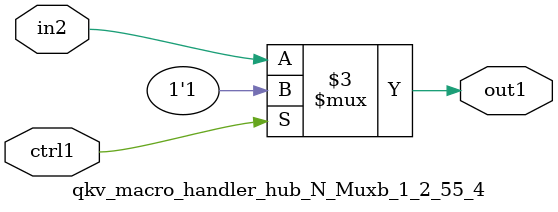
<source format=v>

`timescale 1ps / 1ps


module qkv_macro_handler_hub_N_Muxb_1_2_55_4( in2, ctrl1, out1 );

    input in2;
    input ctrl1;
    output out1;
    reg out1;

    
    // rtl_process:qkv_macro_handler_hub_N_Muxb_1_2_55_4/qkv_macro_handler_hub_N_Muxb_1_2_55_4_thread_1
    always @*
      begin : qkv_macro_handler_hub_N_Muxb_1_2_55_4_thread_1
        case (ctrl1) 
          1'b1: 
            begin
              out1 = 1'b1;
            end
          default: 
            begin
              out1 = in2;
            end
        endcase
      end

endmodule





</source>
